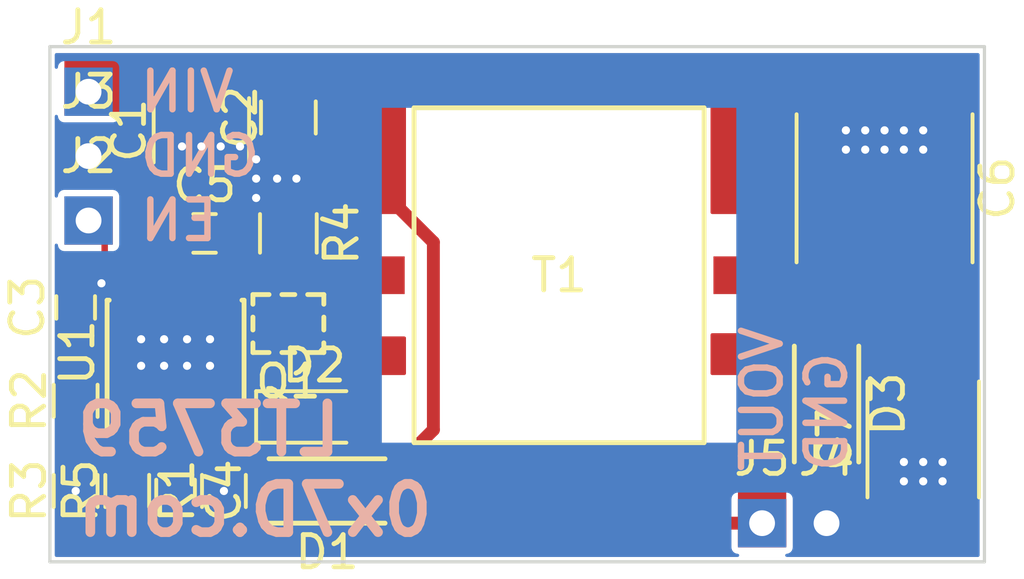
<source format=kicad_pcb>
(kicad_pcb (version 4) (host pcbnew 4.0.7)

  (general
    (links 50)
    (no_connects 0)
    (area 126.725 80.825 159.325 100.275)
    (thickness 1.6)
    (drawings 11)
    (tracks 127)
    (zones 0)
    (modules 23)
    (nets 16)
  )

  (page A4)
  (layers
    (0 F.Cu signal)
    (31 B.Cu signal hide)
    (36 B.SilkS user hide)
    (37 F.SilkS user)
    (38 B.Mask user)
    (39 F.Mask user)
    (44 Edge.Cuts user)
  )

  (setup
    (last_trace_width 0.2)
    (user_trace_width 0.1)
    (user_trace_width 0.2)
    (user_trace_width 0.3)
    (user_trace_width 0.4)
    (user_trace_width 0.5)
    (user_trace_width 0.8)
    (user_trace_width 1)
    (trace_clearance 0.2)
    (zone_clearance 0.1)
    (zone_45_only yes)
    (trace_min 0.1)
    (segment_width 0.2)
    (edge_width 0.1)
    (via_size 0.508)
    (via_drill 0.254)
    (via_min_size 0.508)
    (via_min_drill 0.254)
    (uvia_size 0.3)
    (uvia_drill 0.1)
    (uvias_allowed no)
    (uvia_min_size 0.2)
    (uvia_min_drill 0.1)
    (pcb_text_width 0.3)
    (pcb_text_size 1.5 1.5)
    (mod_edge_width 0.15)
    (mod_text_size 1 1)
    (mod_text_width 0.15)
    (pad_size 0.18 0.56)
    (pad_drill 0)
    (pad_to_mask_clearance 0)
    (aux_axis_origin 0 0)
    (visible_elements 7FFCFFFF)
    (pcbplotparams
      (layerselection 0x00030_80000001)
      (usegerberextensions false)
      (excludeedgelayer true)
      (linewidth 0.100000)
      (plotframeref false)
      (viasonmask false)
      (mode 1)
      (useauxorigin false)
      (hpglpennumber 1)
      (hpglpenspeed 20)
      (hpglpendiameter 15)
      (hpglpenoverlay 2)
      (psnegative false)
      (psa4output false)
      (plotreference true)
      (plotvalue true)
      (plotinvisibletext false)
      (padsonsilk false)
      (subtractmaskfromsilk false)
      (outputformat 1)
      (mirror false)
      (drillshape 1)
      (scaleselection 1)
      (outputdirectory ""))
  )

  (net 0 "")
  (net 1 GNDREF)
  (net 2 "Net-(C1-Pad2)")
  (net 3 "Net-(C3-Pad1)")
  (net 4 "Net-(C4-Pad1)")
  (net 5 "Net-(C5-Pad1)")
  (net 6 "Net-(C6-Pad2)")
  (net 7 "Net-(D1-Pad1)")
  (net 8 "Net-(D2-Pad2)")
  (net 9 "Net-(D3-Pad2)")
  (net 10 "Net-(J2-Pad1)")
  (net 11 "Net-(Q1-Pad3)")
  (net 12 "Net-(Q1-Pad2)")
  (net 13 "Net-(R1-Pad2)")
  (net 14 "Net-(R2-Pad1)")
  (net 15 "Net-(R3-Pad2)")

  (net_class Default "This is the default net class."
    (clearance 0.2)
    (trace_width 0.2)
    (via_dia 0.508)
    (via_drill 0.254)
    (uvia_dia 0.3)
    (uvia_drill 0.1)
    (add_net GNDREF)
    (add_net "Net-(C1-Pad2)")
    (add_net "Net-(C3-Pad1)")
    (add_net "Net-(C4-Pad1)")
    (add_net "Net-(C5-Pad1)")
    (add_net "Net-(C6-Pad2)")
    (add_net "Net-(D1-Pad1)")
    (add_net "Net-(D2-Pad2)")
    (add_net "Net-(D3-Pad2)")
    (add_net "Net-(J2-Pad1)")
    (add_net "Net-(Q1-Pad2)")
    (add_net "Net-(Q1-Pad3)")
    (add_net "Net-(R1-Pad2)")
    (add_net "Net-(R2-Pad1)")
    (add_net "Net-(R3-Pad2)")
  )

  (module "Custom Parts:DO-219AB" (layer F.Cu) (tedit 5A6CE6FC) (tstamp 5A6CEFDD)
    (at 137 96.2)
    (path /5A6BF6C3)
    (fp_text reference D1 (at 0 1.9) (layer F.SilkS)
      (effects (font (size 1 1) (thickness 0.15)))
    )
    (fp_text value D_ZSN (at 0 -1.8) (layer F.Fab)
      (effects (font (size 1 1) (thickness 0.15)))
    )
    (fp_line (start -1.8 1) (end 1.8 1) (layer F.SilkS) (width 0.15))
    (fp_line (start -1.8 -1) (end 1.8 -1) (layer F.SilkS) (width 0.15))
    (pad 1 smd rect (at -1.45 0) (size 1.3 1.4) (layers F.Cu F.Mask)
      (net 7 "Net-(D1-Pad1)"))
    (pad 2 smd rect (at 1.45 0) (size 1.3 1.4) (layers F.Cu F.Mask)
      (net 2 "Net-(C1-Pad2)"))
  )

  (module "Custom Parts:Wurth_WE-FB_10.18x13.36mm" (layer F.Cu) (tedit 5A6CED20) (tstamp 5A6CF038)
    (at 144.2 89.5 180)
    (path /5A6B88EA)
    (fp_text reference T1 (at 0 0 180) (layer F.SilkS)
      (effects (font (size 1 1) (thickness 0.15)))
    )
    (fp_text value Wurth_Transformer_10.16x13.36mm (at 0 -6.1 180) (layer F.Fab)
      (effects (font (size 1 1) (thickness 0.15)))
    )
    (fp_line (start -4.5 -5.2) (end 4.5 -5.2) (layer F.SilkS) (width 0.15))
    (fp_line (start 4.5 -5.2) (end 4.5 5.2) (layer F.SilkS) (width 0.15))
    (fp_line (start 4.5 5.2) (end -4.5 5.2) (layer F.SilkS) (width 0.15))
    (fp_line (start -4.5 5.2) (end -4.5 -5.2) (layer F.SilkS) (width 0.15))
    (pad 1 smd rect (at -5.83 2.5 180) (size 2.08 1.17) (layers F.Cu F.Mask)
      (net 1 GNDREF))
    (pad 2 smd rect (at -5.83 0 180) (size 2.08 1.17) (layers F.Cu F.Mask))
    (pad 3 smd rect (at -5.83 -2.5 180) (size 2.08 1.17) (layers F.Cu F.Mask)
      (net 9 "Net-(D3-Pad2)"))
    (pad 4 smd rect (at 5.83 -2.5 180) (size 2.08 1.17) (layers F.Cu F.Mask)
      (net 8 "Net-(D2-Pad2)"))
    (pad 6 smd rect (at 5.83 2.5 180) (size 2.08 1.17) (layers F.Cu F.Mask)
      (net 2 "Net-(C1-Pad2)"))
    (pad 5 smd rect (at 5.83 0 180) (size 2.08 1.17) (layers F.Cu F.Mask))
  )

  (module "Custom Parts:MicroSMP" (layer F.Cu) (tedit 5A5A94B4) (tstamp 5A6CEFE3)
    (at 136.6 93.9)
    (descr "Diode SMD in 0805 package http://datasheets.avx.com/schottky.pdf")
    (tags "smd diode")
    (path /5A6B96DB)
    (attr smd)
    (fp_text reference D2 (at 0 -1.6) (layer F.SilkS)
      (effects (font (size 1 1) (thickness 0.15)))
    )
    (fp_text value D_SN (at 0 1.7) (layer F.Fab)
      (effects (font (size 1 1) (thickness 0.15)))
    )
    (fp_text user %R (at 0 -1.6) (layer F.Fab)
      (effects (font (size 1 1) (thickness 0.15)))
    )
    (fp_line (start -1.8 -0.8) (end -1.8 0.8) (layer F.SilkS) (width 0.12))
    (fp_line (start -1.9 0.88) (end -1.9 -0.88) (layer F.CrtYd) (width 0.05))
    (fp_line (start 1.9 0.88) (end -1.9 0.88) (layer F.CrtYd) (width 0.05))
    (fp_line (start 1.9 -0.88) (end 1.9 0.88) (layer F.CrtYd) (width 0.05))
    (fp_line (start -1.9 -0.88) (end 1.9 -0.88) (layer F.CrtYd) (width 0.05))
    (fp_line (start 0.2 0) (end 0.4 0) (layer F.Fab) (width 0.1))
    (fp_line (start -0.1 0) (end -0.3 0) (layer F.Fab) (width 0.1))
    (fp_line (start -0.1 -0.2) (end -0.1 0.2) (layer F.Fab) (width 0.1))
    (fp_line (start 0.2 0.2) (end 0.2 -0.2) (layer F.Fab) (width 0.1))
    (fp_line (start -0.1 0) (end 0.2 0.2) (layer F.Fab) (width 0.1))
    (fp_line (start 0.2 -0.2) (end -0.1 0) (layer F.Fab) (width 0.1))
    (fp_line (start -1 0.65) (end -1 -0.65) (layer F.Fab) (width 0.1))
    (fp_line (start 1 0.65) (end -1 0.65) (layer F.Fab) (width 0.1))
    (fp_line (start 1 -0.65) (end 1 0.65) (layer F.Fab) (width 0.1))
    (fp_line (start -1 -0.65) (end 1 -0.65) (layer F.Fab) (width 0.1))
    (fp_line (start -1.8 0.8) (end 1 0.8) (layer F.SilkS) (width 0.12))
    (fp_line (start -1.8 -0.8) (end 1 -0.8) (layer F.SilkS) (width 0.12))
    (pad 1 smd rect (at -0.65 0) (size 2 1.1) (layers F.Cu F.Mask)
      (net 7 "Net-(D1-Pad1)"))
    (pad 2 smd rect (at 1.25 0) (size 0.8 0.8) (layers F.Cu F.Mask)
      (net 8 "Net-(D2-Pad2)"))
    (model ${KISYS3DMOD}/Diodes_SMD.3dshapes/D_0805.wrl
      (at (xyz 0 0 0))
      (scale (xyz 1 1 1))
      (rotate (xyz 0 0 0))
    )
  )

  (module Capacitors_SMD:C_1210 (layer F.Cu) (tedit 58AA84E2) (tstamp 5A6CEFB3)
    (at 133.1 85 90)
    (descr "Capacitor SMD 1210, reflow soldering, AVX (see smccp.pdf)")
    (tags "capacitor 1210")
    (path /5A6C10DF)
    (attr smd)
    (fp_text reference C1 (at 0 -2.25 90) (layer F.SilkS)
      (effects (font (size 1 1) (thickness 0.15)))
    )
    (fp_text value C (at 0 2.5 90) (layer F.Fab)
      (effects (font (size 1 1) (thickness 0.15)))
    )
    (fp_text user %R (at 0 -2.25 90) (layer F.Fab)
      (effects (font (size 1 1) (thickness 0.15)))
    )
    (fp_line (start -1.6 1.25) (end -1.6 -1.25) (layer F.Fab) (width 0.1))
    (fp_line (start 1.6 1.25) (end -1.6 1.25) (layer F.Fab) (width 0.1))
    (fp_line (start 1.6 -1.25) (end 1.6 1.25) (layer F.Fab) (width 0.1))
    (fp_line (start -1.6 -1.25) (end 1.6 -1.25) (layer F.Fab) (width 0.1))
    (fp_line (start 1 -1.48) (end -1 -1.48) (layer F.SilkS) (width 0.12))
    (fp_line (start -1 1.48) (end 1 1.48) (layer F.SilkS) (width 0.12))
    (fp_line (start -2.25 -1.5) (end 2.25 -1.5) (layer F.CrtYd) (width 0.05))
    (fp_line (start -2.25 -1.5) (end -2.25 1.5) (layer F.CrtYd) (width 0.05))
    (fp_line (start 2.25 1.5) (end 2.25 -1.5) (layer F.CrtYd) (width 0.05))
    (fp_line (start 2.25 1.5) (end -2.25 1.5) (layer F.CrtYd) (width 0.05))
    (pad 1 smd rect (at -1.5 0 90) (size 1 2.5) (layers F.Cu F.Mask)
      (net 1 GNDREF))
    (pad 2 smd rect (at 1.5 0 90) (size 1 2.5) (layers F.Cu F.Mask)
      (net 2 "Net-(C1-Pad2)"))
    (model Capacitors_SMD.3dshapes/C_1210.wrl
      (at (xyz 0 0 0))
      (scale (xyz 1 1 1))
      (rotate (xyz 0 0 0))
    )
  )

  (module "Custom Parts:EPC2016C" (layer F.Cu) (tedit 5A6D121B) (tstamp 5A6CF00C)
    (at 135.8 91)
    (path /5A6B8B05)
    (fp_text reference Q1 (at 0 1.8) (layer F.SilkS)
      (effects (font (size 1 1) (thickness 0.15)))
    )
    (fp_text value Q_SWITCH (at 0 -1.7) (layer F.Fab)
      (effects (font (size 1 1) (thickness 0.15)))
    )
    (fp_line (start 1.1 0.6) (end 1.1 0.9) (layer F.SilkS) (width 0.15))
    (fp_line (start 1.1 0.9) (end 0.6 0.9) (layer F.SilkS) (width 0.15))
    (fp_line (start 1.1 -0.2) (end 1.1 0.2) (layer F.SilkS) (width 0.15))
    (fp_line (start 1.1 -0.9) (end 1.1 -0.6) (layer F.SilkS) (width 0.15))
    (fp_line (start -0.2 0.9) (end 0.2 0.9) (layer F.SilkS) (width 0.15))
    (fp_line (start -1.1 0.6) (end -1.1 0.9) (layer F.SilkS) (width 0.15))
    (fp_line (start -1.1 0.9) (end -0.6 0.9) (layer F.SilkS) (width 0.15))
    (fp_line (start -1.1 -0.2) (end -1.1 0.2) (layer F.SilkS) (width 0.15))
    (fp_line (start 0.6 -0.9) (end 1.1 -0.9) (layer F.SilkS) (width 0.15))
    (fp_line (start -0.2 -0.9) (end 0.2 -0.9) (layer F.SilkS) (width 0.15))
    (fp_line (start -1.1 -0.9) (end -1.1 -0.6) (layer F.SilkS) (width 0.15))
    (fp_line (start -1.1 -0.9) (end -0.6 -0.9) (layer F.SilkS) (width 0.15))
    (pad 3 smd oval (at 0 0) (size 0.18 1.362) (layers F.Cu F.Mask)
      (net 11 "Net-(Q1-Pad3)"))
    (pad 1 smd oval (at 0.4 0) (size 0.18 1.362) (layers F.Cu F.Mask)
      (net 8 "Net-(D2-Pad2)"))
    (pad 3 smd oval (at 0.8 0) (size 0.18 1.362) (layers F.Cu F.Mask)
      (net 11 "Net-(Q1-Pad3)"))
    (pad 1 smd oval (at -0.4 0) (size 0.18 1.362) (layers F.Cu F.Mask)
      (net 8 "Net-(D2-Pad2)"))
    (pad 4 smd oval (at -0.8 0.401) (size 0.18 0.56) (layers F.Cu F.Mask)
      (net 1 GNDREF))
    (pad 2 smd oval (at -0.8 -0.401) (size 0.18 0.56) (layers F.Cu F.Mask)
      (net 12 "Net-(Q1-Pad2)"))
  )

  (module Capacitors_SMD:C_0603 (layer F.Cu) (tedit 59958EE7) (tstamp 5A6CEFC5)
    (at 132.3 96.2 270)
    (descr "Capacitor SMD 0603, reflow soldering, AVX (see smccp.pdf)")
    (tags "capacitor 0603")
    (path /5A6C6769)
    (attr smd)
    (fp_text reference C4 (at 0 -1.5 270) (layer F.SilkS)
      (effects (font (size 1 1) (thickness 0.15)))
    )
    (fp_text value C_SS (at 0 1.5 270) (layer F.Fab)
      (effects (font (size 1 1) (thickness 0.15)))
    )
    (fp_line (start 1.4 0.65) (end -1.4 0.65) (layer F.CrtYd) (width 0.05))
    (fp_line (start 1.4 0.65) (end 1.4 -0.65) (layer F.CrtYd) (width 0.05))
    (fp_line (start -1.4 -0.65) (end -1.4 0.65) (layer F.CrtYd) (width 0.05))
    (fp_line (start -1.4 -0.65) (end 1.4 -0.65) (layer F.CrtYd) (width 0.05))
    (fp_line (start 0.35 0.6) (end -0.35 0.6) (layer F.SilkS) (width 0.12))
    (fp_line (start -0.35 -0.6) (end 0.35 -0.6) (layer F.SilkS) (width 0.12))
    (fp_line (start -0.8 -0.4) (end 0.8 -0.4) (layer F.Fab) (width 0.1))
    (fp_line (start 0.8 -0.4) (end 0.8 0.4) (layer F.Fab) (width 0.1))
    (fp_line (start 0.8 0.4) (end -0.8 0.4) (layer F.Fab) (width 0.1))
    (fp_line (start -0.8 0.4) (end -0.8 -0.4) (layer F.Fab) (width 0.1))
    (fp_text user %R (at 0 0 270) (layer F.Fab)
      (effects (font (size 0.3 0.3) (thickness 0.075)))
    )
    (pad 2 smd rect (at 0.75 0 270) (size 0.8 0.75) (layers F.Cu F.Mask)
      (net 1 GNDREF))
    (pad 1 smd rect (at -0.75 0 270) (size 0.8 0.75) (layers F.Cu F.Mask)
      (net 4 "Net-(C4-Pad1)"))
    (model Capacitors_SMD.3dshapes/C_0603.wrl
      (at (xyz 0 0 0))
      (scale (xyz 1 1 1))
      (rotate (xyz 0 0 0))
    )
  )

  (module Capacitors_SMD:C_0805 (layer F.Cu) (tedit 58AA8463) (tstamp 5A6CEFB9)
    (at 135.8 84.6 90)
    (descr "Capacitor SMD 0805, reflow soldering, AVX (see smccp.pdf)")
    (tags "capacitor 0805")
    (path /5A6C0FBE)
    (attr smd)
    (fp_text reference C2 (at 0 -1.5 90) (layer F.SilkS)
      (effects (font (size 1 1) (thickness 0.15)))
    )
    (fp_text value C (at 0 1.75 90) (layer F.Fab)
      (effects (font (size 1 1) (thickness 0.15)))
    )
    (fp_text user %R (at 0 -1.5 90) (layer F.Fab)
      (effects (font (size 1 1) (thickness 0.15)))
    )
    (fp_line (start -1 0.62) (end -1 -0.62) (layer F.Fab) (width 0.1))
    (fp_line (start 1 0.62) (end -1 0.62) (layer F.Fab) (width 0.1))
    (fp_line (start 1 -0.62) (end 1 0.62) (layer F.Fab) (width 0.1))
    (fp_line (start -1 -0.62) (end 1 -0.62) (layer F.Fab) (width 0.1))
    (fp_line (start 0.5 -0.85) (end -0.5 -0.85) (layer F.SilkS) (width 0.12))
    (fp_line (start -0.5 0.85) (end 0.5 0.85) (layer F.SilkS) (width 0.12))
    (fp_line (start -1.75 -0.88) (end 1.75 -0.88) (layer F.CrtYd) (width 0.05))
    (fp_line (start -1.75 -0.88) (end -1.75 0.87) (layer F.CrtYd) (width 0.05))
    (fp_line (start 1.75 0.87) (end 1.75 -0.88) (layer F.CrtYd) (width 0.05))
    (fp_line (start 1.75 0.87) (end -1.75 0.87) (layer F.CrtYd) (width 0.05))
    (pad 1 smd rect (at -1 0 90) (size 1 1.25) (layers F.Cu F.Mask)
      (net 1 GNDREF))
    (pad 2 smd rect (at 1 0 90) (size 1 1.25) (layers F.Cu F.Mask)
      (net 2 "Net-(C1-Pad2)"))
    (model Capacitors_SMD.3dshapes/C_0805.wrl
      (at (xyz 0 0 0))
      (scale (xyz 1 1 1))
      (rotate (xyz 0 0 0))
    )
  )

  (module Capacitors_SMD:C_0603 (layer F.Cu) (tedit 59958EE7) (tstamp 5A6CEFBF)
    (at 129.2 90.5 90)
    (descr "Capacitor SMD 0603, reflow soldering, AVX (see smccp.pdf)")
    (tags "capacitor 0603")
    (path /5A6B89DB)
    (attr smd)
    (fp_text reference C3 (at 0 -1.5 90) (layer F.SilkS)
      (effects (font (size 1 1) (thickness 0.15)))
    )
    (fp_text value C_VC (at 0 1.5 90) (layer F.Fab)
      (effects (font (size 1 1) (thickness 0.15)))
    )
    (fp_line (start 1.4 0.65) (end -1.4 0.65) (layer F.CrtYd) (width 0.05))
    (fp_line (start 1.4 0.65) (end 1.4 -0.65) (layer F.CrtYd) (width 0.05))
    (fp_line (start -1.4 -0.65) (end -1.4 0.65) (layer F.CrtYd) (width 0.05))
    (fp_line (start -1.4 -0.65) (end 1.4 -0.65) (layer F.CrtYd) (width 0.05))
    (fp_line (start 0.35 0.6) (end -0.35 0.6) (layer F.SilkS) (width 0.12))
    (fp_line (start -0.35 -0.6) (end 0.35 -0.6) (layer F.SilkS) (width 0.12))
    (fp_line (start -0.8 -0.4) (end 0.8 -0.4) (layer F.Fab) (width 0.1))
    (fp_line (start 0.8 -0.4) (end 0.8 0.4) (layer F.Fab) (width 0.1))
    (fp_line (start 0.8 0.4) (end -0.8 0.4) (layer F.Fab) (width 0.1))
    (fp_line (start -0.8 0.4) (end -0.8 -0.4) (layer F.Fab) (width 0.1))
    (fp_text user %R (at 0 0 90) (layer F.Fab)
      (effects (font (size 0.3 0.3) (thickness 0.075)))
    )
    (pad 2 smd rect (at 0.75 0 90) (size 0.8 0.75) (layers F.Cu F.Mask)
      (net 1 GNDREF))
    (pad 1 smd rect (at -0.75 0 90) (size 0.8 0.75) (layers F.Cu F.Mask)
      (net 3 "Net-(C3-Pad1)"))
    (model Capacitors_SMD.3dshapes/C_0603.wrl
      (at (xyz 0 0 0))
      (scale (xyz 1 1 1))
      (rotate (xyz 0 0 0))
    )
  )

  (module Capacitors_SMD:C_2220 (layer F.Cu) (tedit 58AA8565) (tstamp 5A6CEFD1)
    (at 154.3 86.8 270)
    (descr "Capacitor SMD 2220, reflow soldering, AVX (see smccp.pdf)")
    (tags "capacitor 2220")
    (path /5A6B92D0)
    (attr smd)
    (fp_text reference C6 (at 0 -3.5 270) (layer F.SilkS)
      (effects (font (size 1 1) (thickness 0.15)))
    )
    (fp_text value C_OUT (at 0 3.75 270) (layer F.Fab)
      (effects (font (size 1 1) (thickness 0.15)))
    )
    (fp_text user %R (at 0 -3.5 270) (layer F.Fab)
      (effects (font (size 1 1) (thickness 0.15)))
    )
    (fp_line (start -2.75 2.5) (end -2.75 -2.5) (layer F.Fab) (width 0.1))
    (fp_line (start 2.75 2.5) (end -2.75 2.5) (layer F.Fab) (width 0.1))
    (fp_line (start 2.75 -2.5) (end 2.75 2.5) (layer F.Fab) (width 0.1))
    (fp_line (start -2.75 -2.5) (end 2.75 -2.5) (layer F.Fab) (width 0.1))
    (fp_line (start 2.3 -2.73) (end -2.3 -2.73) (layer F.SilkS) (width 0.12))
    (fp_line (start -2.3 2.73) (end 2.3 2.73) (layer F.SilkS) (width 0.12))
    (fp_line (start -3.55 -2.75) (end 3.55 -2.75) (layer F.CrtYd) (width 0.05))
    (fp_line (start -3.55 -2.75) (end -3.55 2.75) (layer F.CrtYd) (width 0.05))
    (fp_line (start 3.55 2.75) (end 3.55 -2.75) (layer F.CrtYd) (width 0.05))
    (fp_line (start 3.55 2.75) (end -3.55 2.75) (layer F.CrtYd) (width 0.05))
    (pad 1 smd rect (at -2.8 0 270) (size 1 5) (layers F.Cu F.Mask)
      (net 1 GNDREF))
    (pad 2 smd rect (at 2.8 0 270) (size 1 5) (layers F.Cu F.Mask)
      (net 6 "Net-(C6-Pad2)"))
    (model Capacitors_SMD.3dshapes/C_2220.wrl
      (at (xyz 0 0 0))
      (scale (xyz 1 1 1))
      (rotate (xyz 0 0 0))
    )
  )

  (module Capacitors_SMD:C_1812 (layer F.Cu) (tedit 58AA850E) (tstamp 5A6CEFD7)
    (at 155.5 94.6 90)
    (descr "Capacitor SMD 1812, reflow soldering, AVX (see smccp.pdf)")
    (tags "capacitor 1812")
    (path /5A6B93C6)
    (attr smd)
    (fp_text reference C7 (at 0 -2.75 90) (layer F.SilkS)
      (effects (font (size 1 1) (thickness 0.15)))
    )
    (fp_text value C_OUT (at 0 2.75 90) (layer F.Fab)
      (effects (font (size 1 1) (thickness 0.15)))
    )
    (fp_text user %R (at 0 -2.75 90) (layer F.Fab)
      (effects (font (size 1 1) (thickness 0.15)))
    )
    (fp_line (start -2.25 1.6) (end -2.25 -1.6) (layer F.Fab) (width 0.1))
    (fp_line (start 2.25 1.6) (end -2.25 1.6) (layer F.Fab) (width 0.1))
    (fp_line (start 2.25 -1.6) (end 2.25 1.6) (layer F.Fab) (width 0.1))
    (fp_line (start -2.25 -1.6) (end 2.25 -1.6) (layer F.Fab) (width 0.1))
    (fp_line (start 1.8 -1.73) (end -1.8 -1.73) (layer F.SilkS) (width 0.12))
    (fp_line (start -1.8 1.73) (end 1.8 1.73) (layer F.SilkS) (width 0.12))
    (fp_line (start -3.05 -1.85) (end 3.05 -1.85) (layer F.CrtYd) (width 0.05))
    (fp_line (start -3.05 -1.85) (end -3.05 1.85) (layer F.CrtYd) (width 0.05))
    (fp_line (start 3.05 1.85) (end 3.05 -1.85) (layer F.CrtYd) (width 0.05))
    (fp_line (start 3.05 1.85) (end -3.05 1.85) (layer F.CrtYd) (width 0.05))
    (pad 1 smd rect (at -2.3 0 90) (size 1 3) (layers F.Cu F.Mask)
      (net 1 GNDREF))
    (pad 2 smd rect (at 2.3 0 90) (size 1 3) (layers F.Cu F.Mask)
      (net 6 "Net-(C6-Pad2)"))
    (model Capacitors_SMD.3dshapes/C_1812.wrl
      (at (xyz 0 0 0))
      (scale (xyz 1 1 1))
      (rotate (xyz 0 0 0))
    )
  )

  (module "Custom Parts:SOD-123W" (layer F.Cu) (tedit 5A6CE79A) (tstamp 5A6CEFE9)
    (at 152.5 93.5 90)
    (path /5A6B91C6)
    (fp_text reference D3 (at 0 1.9 90) (layer F.SilkS)
      (effects (font (size 1 1) (thickness 0.15)))
    )
    (fp_text value D_RECT (at 0 -1.8 90) (layer F.Fab)
      (effects (font (size 1 1) (thickness 0.15)))
    )
    (fp_line (start -1.8 1) (end 1.8 1) (layer F.SilkS) (width 0.15))
    (fp_line (start -1.8 -1) (end 1.8 -1) (layer F.SilkS) (width 0.15))
    (pad 1 smd rect (at -1.55 0 90) (size 1.2 1.4) (layers F.Cu F.Mask)
      (net 6 "Net-(C6-Pad2)"))
    (pad 2 smd rect (at 1.55 0 90) (size 1.2 1.4) (layers F.Cu F.Mask)
      (net 9 "Net-(D3-Pad2)"))
  )

  (module Measurement_Points:Measurement_Point_Square-TH_Small (layer F.Cu) (tedit 56C360B9) (tstamp 5A6CEFEE)
    (at 129.6 83.8)
    (descr "Mesurement Point, Square, Trough Hole,  1.5mm x 1.5mm, Drill 0.8mm,")
    (tags "Mesurement Point Square Trough Hole 1.5x1.5mm Drill 0.8mm")
    (path /5A6C1261)
    (attr virtual)
    (fp_text reference J1 (at 0 -2) (layer F.SilkS)
      (effects (font (size 1 1) (thickness 0.15)))
    )
    (fp_text value VIN (at 0 2) (layer F.Fab)
      (effects (font (size 1 1) (thickness 0.15)))
    )
    (fp_line (start -1 -1) (end 1 -1) (layer F.CrtYd) (width 0.05))
    (fp_line (start 1 -1) (end 1 1) (layer F.CrtYd) (width 0.05))
    (fp_line (start 1 1) (end -1 1) (layer F.CrtYd) (width 0.05))
    (fp_line (start -1 1) (end -1 -1) (layer F.CrtYd) (width 0.05))
    (pad 1 thru_hole rect (at 0 0) (size 1.5 1.5) (drill 0.8) (layers *.Cu *.Mask)
      (net 2 "Net-(C1-Pad2)"))
  )

  (module Measurement_Points:Measurement_Point_Square-TH_Small (layer F.Cu) (tedit 56C360B9) (tstamp 5A6CEFF3)
    (at 129.6 87.8)
    (descr "Mesurement Point, Square, Trough Hole,  1.5mm x 1.5mm, Drill 0.8mm,")
    (tags "Mesurement Point Square Trough Hole 1.5x1.5mm Drill 0.8mm")
    (path /5A6D210E)
    (attr virtual)
    (fp_text reference J2 (at 0 -2) (layer F.SilkS)
      (effects (font (size 1 1) (thickness 0.15)))
    )
    (fp_text value EN (at 0 2) (layer F.Fab)
      (effects (font (size 1 1) (thickness 0.15)))
    )
    (fp_line (start -1 -1) (end 1 -1) (layer F.CrtYd) (width 0.05))
    (fp_line (start 1 -1) (end 1 1) (layer F.CrtYd) (width 0.05))
    (fp_line (start 1 1) (end -1 1) (layer F.CrtYd) (width 0.05))
    (fp_line (start -1 1) (end -1 -1) (layer F.CrtYd) (width 0.05))
    (pad 1 thru_hole rect (at 0 0) (size 1.5 1.5) (drill 0.8) (layers *.Cu *.Mask)
      (net 10 "Net-(J2-Pad1)"))
  )

  (module Measurement_Points:Measurement_Point_Square-TH_Small (layer F.Cu) (tedit 5A6D0E66) (tstamp 5A6CEFF8)
    (at 129.6 85.8)
    (descr "Mesurement Point, Square, Trough Hole,  1.5mm x 1.5mm, Drill 0.8mm,")
    (tags "Mesurement Point Square Trough Hole 1.5x1.5mm Drill 0.8mm")
    (path /5A6D14D6)
    (attr virtual)
    (fp_text reference J3 (at 0 -2) (layer F.SilkS)
      (effects (font (size 1 1) (thickness 0.15)))
    )
    (fp_text value GND (at 0 2) (layer F.Fab)
      (effects (font (size 1 1) (thickness 0.15)))
    )
    (fp_line (start -1 -1) (end 1 -1) (layer F.CrtYd) (width 0.05))
    (fp_line (start 1 -1) (end 1 1) (layer F.CrtYd) (width 0.05))
    (fp_line (start 1 1) (end -1 1) (layer F.CrtYd) (width 0.05))
    (fp_line (start -1 1) (end -1 -1) (layer F.CrtYd) (width 0.05))
    (pad 1 thru_hole rect (at 0 0) (size 1.5 1.5) (drill 0.8) (layers *.Cu *.Mask)
      (net 1 GNDREF))
  )

  (module Measurement_Points:Measurement_Point_Square-TH_Small (layer F.Cu) (tedit 56C360B9) (tstamp 5A6CEFFD)
    (at 152.5 97.2)
    (descr "Mesurement Point, Square, Trough Hole,  1.5mm x 1.5mm, Drill 0.8mm,")
    (tags "Mesurement Point Square Trough Hole 1.5x1.5mm Drill 0.8mm")
    (path /5A6C4E27)
    (attr virtual)
    (fp_text reference J4 (at 0 -2) (layer F.SilkS)
      (effects (font (size 1 1) (thickness 0.15)))
    )
    (fp_text value GND (at 0 2) (layer F.Fab)
      (effects (font (size 1 1) (thickness 0.15)))
    )
    (fp_line (start -1 -1) (end 1 -1) (layer F.CrtYd) (width 0.05))
    (fp_line (start 1 -1) (end 1 1) (layer F.CrtYd) (width 0.05))
    (fp_line (start 1 1) (end -1 1) (layer F.CrtYd) (width 0.05))
    (fp_line (start -1 1) (end -1 -1) (layer F.CrtYd) (width 0.05))
    (pad 1 thru_hole rect (at 0 0) (size 1.5 1.5) (drill 0.8) (layers *.Cu *.Mask)
      (net 1 GNDREF))
  )

  (module Measurement_Points:Measurement_Point_Square-TH_Small (layer F.Cu) (tedit 56C360B9) (tstamp 5A6CF002)
    (at 150.5 97.2)
    (descr "Mesurement Point, Square, Trough Hole,  1.5mm x 1.5mm, Drill 0.8mm,")
    (tags "Mesurement Point Square Trough Hole 1.5x1.5mm Drill 0.8mm")
    (path /5A6C51D4)
    (attr virtual)
    (fp_text reference J5 (at 0 -2) (layer F.SilkS)
      (effects (font (size 1 1) (thickness 0.15)))
    )
    (fp_text value VOUT (at 0 2) (layer F.Fab)
      (effects (font (size 1 1) (thickness 0.15)))
    )
    (fp_line (start -1 -1) (end 1 -1) (layer F.CrtYd) (width 0.05))
    (fp_line (start 1 -1) (end 1 1) (layer F.CrtYd) (width 0.05))
    (fp_line (start 1 1) (end -1 1) (layer F.CrtYd) (width 0.05))
    (fp_line (start -1 1) (end -1 -1) (layer F.CrtYd) (width 0.05))
    (pad 1 thru_hole rect (at 0 0) (size 1.5 1.5) (drill 0.8) (layers *.Cu *.Mask)
      (net 6 "Net-(C6-Pad2)"))
  )

  (module Resistors_SMD:R_0603 (layer F.Cu) (tedit 58E0A804) (tstamp 5A6CF012)
    (at 133.8 96.2 90)
    (descr "Resistor SMD 0603, reflow soldering, Vishay (see dcrcw.pdf)")
    (tags "resistor 0603")
    (path /5A6BAAF4)
    (attr smd)
    (fp_text reference R1 (at 0 -1.45 90) (layer F.SilkS)
      (effects (font (size 1 1) (thickness 0.15)))
    )
    (fp_text value R_FREQ (at 0 1.5 90) (layer F.Fab)
      (effects (font (size 1 1) (thickness 0.15)))
    )
    (fp_text user %R (at 0 0 90) (layer F.Fab)
      (effects (font (size 0.4 0.4) (thickness 0.075)))
    )
    (fp_line (start -0.8 0.4) (end -0.8 -0.4) (layer F.Fab) (width 0.1))
    (fp_line (start 0.8 0.4) (end -0.8 0.4) (layer F.Fab) (width 0.1))
    (fp_line (start 0.8 -0.4) (end 0.8 0.4) (layer F.Fab) (width 0.1))
    (fp_line (start -0.8 -0.4) (end 0.8 -0.4) (layer F.Fab) (width 0.1))
    (fp_line (start 0.5 0.68) (end -0.5 0.68) (layer F.SilkS) (width 0.12))
    (fp_line (start -0.5 -0.68) (end 0.5 -0.68) (layer F.SilkS) (width 0.12))
    (fp_line (start -1.25 -0.7) (end 1.25 -0.7) (layer F.CrtYd) (width 0.05))
    (fp_line (start -1.25 -0.7) (end -1.25 0.7) (layer F.CrtYd) (width 0.05))
    (fp_line (start 1.25 0.7) (end 1.25 -0.7) (layer F.CrtYd) (width 0.05))
    (fp_line (start 1.25 0.7) (end -1.25 0.7) (layer F.CrtYd) (width 0.05))
    (pad 1 smd rect (at -0.75 0 90) (size 0.5 0.9) (layers F.Cu F.Mask)
      (net 1 GNDREF))
    (pad 2 smd rect (at 0.75 0 90) (size 0.5 0.9) (layers F.Cu F.Mask)
      (net 13 "Net-(R1-Pad2)"))
    (model ${KISYS3DMOD}/Resistors_SMD.3dshapes/R_0603.wrl
      (at (xyz 0 0 0))
      (scale (xyz 1 1 1))
      (rotate (xyz 0 0 0))
    )
  )

  (module Resistors_SMD:R_0603 (layer F.Cu) (tedit 58E0A804) (tstamp 5A6CF018)
    (at 129.2 93.4 90)
    (descr "Resistor SMD 0603, reflow soldering, Vishay (see dcrcw.pdf)")
    (tags "resistor 0603")
    (path /5A6B8978)
    (attr smd)
    (fp_text reference R2 (at 0 -1.45 90) (layer F.SilkS)
      (effects (font (size 1 1) (thickness 0.15)))
    )
    (fp_text value R_VC (at 0 1.5 90) (layer F.Fab)
      (effects (font (size 1 1) (thickness 0.15)))
    )
    (fp_text user %R (at 0 0 90) (layer F.Fab)
      (effects (font (size 0.4 0.4) (thickness 0.075)))
    )
    (fp_line (start -0.8 0.4) (end -0.8 -0.4) (layer F.Fab) (width 0.1))
    (fp_line (start 0.8 0.4) (end -0.8 0.4) (layer F.Fab) (width 0.1))
    (fp_line (start 0.8 -0.4) (end 0.8 0.4) (layer F.Fab) (width 0.1))
    (fp_line (start -0.8 -0.4) (end 0.8 -0.4) (layer F.Fab) (width 0.1))
    (fp_line (start 0.5 0.68) (end -0.5 0.68) (layer F.SilkS) (width 0.12))
    (fp_line (start -0.5 -0.68) (end 0.5 -0.68) (layer F.SilkS) (width 0.12))
    (fp_line (start -1.25 -0.7) (end 1.25 -0.7) (layer F.CrtYd) (width 0.05))
    (fp_line (start -1.25 -0.7) (end -1.25 0.7) (layer F.CrtYd) (width 0.05))
    (fp_line (start 1.25 0.7) (end 1.25 -0.7) (layer F.CrtYd) (width 0.05))
    (fp_line (start 1.25 0.7) (end -1.25 0.7) (layer F.CrtYd) (width 0.05))
    (pad 1 smd rect (at -0.75 0 90) (size 0.5 0.9) (layers F.Cu F.Mask)
      (net 14 "Net-(R2-Pad1)"))
    (pad 2 smd rect (at 0.75 0 90) (size 0.5 0.9) (layers F.Cu F.Mask)
      (net 3 "Net-(C3-Pad1)"))
    (model ${KISYS3DMOD}/Resistors_SMD.3dshapes/R_0603.wrl
      (at (xyz 0 0 0))
      (scale (xyz 1 1 1))
      (rotate (xyz 0 0 0))
    )
  )

  (module Resistors_SMD:R_0603 (layer F.Cu) (tedit 58E0A804) (tstamp 5A6CF01E)
    (at 129.2 96.2 90)
    (descr "Resistor SMD 0603, reflow soldering, Vishay (see dcrcw.pdf)")
    (tags "resistor 0603")
    (path /5A6B9FBA)
    (attr smd)
    (fp_text reference R3 (at 0 -1.45 90) (layer F.SilkS)
      (effects (font (size 1 1) (thickness 0.15)))
    )
    (fp_text value R_BIAS (at 0 1.5 90) (layer F.Fab)
      (effects (font (size 1 1) (thickness 0.15)))
    )
    (fp_text user %R (at 0 0 90) (layer F.Fab)
      (effects (font (size 0.4 0.4) (thickness 0.075)))
    )
    (fp_line (start -0.8 0.4) (end -0.8 -0.4) (layer F.Fab) (width 0.1))
    (fp_line (start 0.8 0.4) (end -0.8 0.4) (layer F.Fab) (width 0.1))
    (fp_line (start 0.8 -0.4) (end 0.8 0.4) (layer F.Fab) (width 0.1))
    (fp_line (start -0.8 -0.4) (end 0.8 -0.4) (layer F.Fab) (width 0.1))
    (fp_line (start 0.5 0.68) (end -0.5 0.68) (layer F.SilkS) (width 0.12))
    (fp_line (start -0.5 -0.68) (end 0.5 -0.68) (layer F.SilkS) (width 0.12))
    (fp_line (start -1.25 -0.7) (end 1.25 -0.7) (layer F.CrtYd) (width 0.05))
    (fp_line (start -1.25 -0.7) (end -1.25 0.7) (layer F.CrtYd) (width 0.05))
    (fp_line (start 1.25 0.7) (end 1.25 -0.7) (layer F.CrtYd) (width 0.05))
    (fp_line (start 1.25 0.7) (end -1.25 0.7) (layer F.CrtYd) (width 0.05))
    (pad 1 smd rect (at -0.75 0 90) (size 0.5 0.9) (layers F.Cu F.Mask)
      (net 1 GNDREF))
    (pad 2 smd rect (at 0.75 0 90) (size 0.5 0.9) (layers F.Cu F.Mask)
      (net 15 "Net-(R3-Pad2)"))
    (model ${KISYS3DMOD}/Resistors_SMD.3dshapes/R_0603.wrl
      (at (xyz 0 0 0))
      (scale (xyz 1 1 1))
      (rotate (xyz 0 0 0))
    )
  )

  (module Resistors_SMD:R_0805 (layer F.Cu) (tedit 58E0A804) (tstamp 5A6CF024)
    (at 135.8 88.2 270)
    (descr "Resistor SMD 0805, reflow soldering, Vishay (see dcrcw.pdf)")
    (tags "resistor 0805")
    (path /5A6B8B69)
    (attr smd)
    (fp_text reference R4 (at 0 -1.65 270) (layer F.SilkS)
      (effects (font (size 1 1) (thickness 0.15)))
    )
    (fp_text value R_SENSE (at 0 1.75 270) (layer F.Fab)
      (effects (font (size 1 1) (thickness 0.15)))
    )
    (fp_text user %R (at 0 0 270) (layer F.Fab)
      (effects (font (size 0.5 0.5) (thickness 0.075)))
    )
    (fp_line (start -1 0.62) (end -1 -0.62) (layer F.Fab) (width 0.1))
    (fp_line (start 1 0.62) (end -1 0.62) (layer F.Fab) (width 0.1))
    (fp_line (start 1 -0.62) (end 1 0.62) (layer F.Fab) (width 0.1))
    (fp_line (start -1 -0.62) (end 1 -0.62) (layer F.Fab) (width 0.1))
    (fp_line (start 0.6 0.88) (end -0.6 0.88) (layer F.SilkS) (width 0.12))
    (fp_line (start -0.6 -0.88) (end 0.6 -0.88) (layer F.SilkS) (width 0.12))
    (fp_line (start -1.55 -0.9) (end 1.55 -0.9) (layer F.CrtYd) (width 0.05))
    (fp_line (start -1.55 -0.9) (end -1.55 0.9) (layer F.CrtYd) (width 0.05))
    (fp_line (start 1.55 0.9) (end 1.55 -0.9) (layer F.CrtYd) (width 0.05))
    (fp_line (start 1.55 0.9) (end -1.55 0.9) (layer F.CrtYd) (width 0.05))
    (pad 1 smd rect (at -0.95 0 270) (size 0.7 1.3) (layers F.Cu F.Mask)
      (net 1 GNDREF))
    (pad 2 smd rect (at 0.95 0 270) (size 0.7 1.3) (layers F.Cu F.Mask)
      (net 11 "Net-(Q1-Pad3)"))
    (model ${KISYS3DMOD}/Resistors_SMD.3dshapes/R_0805.wrl
      (at (xyz 0 0 0))
      (scale (xyz 1 1 1))
      (rotate (xyz 0 0 0))
    )
  )

  (module Resistors_SMD:R_0603 (layer F.Cu) (tedit 58E0A804) (tstamp 5A6CF02A)
    (at 130.8 96.2 90)
    (descr "Resistor SMD 0603, reflow soldering, Vishay (see dcrcw.pdf)")
    (tags "resistor 0603")
    (path /5A6B9F37)
    (attr smd)
    (fp_text reference R5 (at 0 -1.45 90) (layer F.SilkS)
      (effects (font (size 1 1) (thickness 0.15)))
    )
    (fp_text value R_FB (at 0 1.5 90) (layer F.Fab)
      (effects (font (size 1 1) (thickness 0.15)))
    )
    (fp_text user %R (at 0 0 90) (layer F.Fab)
      (effects (font (size 0.4 0.4) (thickness 0.075)))
    )
    (fp_line (start -0.8 0.4) (end -0.8 -0.4) (layer F.Fab) (width 0.1))
    (fp_line (start 0.8 0.4) (end -0.8 0.4) (layer F.Fab) (width 0.1))
    (fp_line (start 0.8 -0.4) (end 0.8 0.4) (layer F.Fab) (width 0.1))
    (fp_line (start -0.8 -0.4) (end 0.8 -0.4) (layer F.Fab) (width 0.1))
    (fp_line (start 0.5 0.68) (end -0.5 0.68) (layer F.SilkS) (width 0.12))
    (fp_line (start -0.5 -0.68) (end 0.5 -0.68) (layer F.SilkS) (width 0.12))
    (fp_line (start -1.25 -0.7) (end 1.25 -0.7) (layer F.CrtYd) (width 0.05))
    (fp_line (start -1.25 -0.7) (end -1.25 0.7) (layer F.CrtYd) (width 0.05))
    (fp_line (start 1.25 0.7) (end 1.25 -0.7) (layer F.CrtYd) (width 0.05))
    (fp_line (start 1.25 0.7) (end -1.25 0.7) (layer F.CrtYd) (width 0.05))
    (pad 1 smd rect (at -0.75 0 90) (size 0.5 0.9) (layers F.Cu F.Mask)
      (net 6 "Net-(C6-Pad2)"))
    (pad 2 smd rect (at 0.75 0 90) (size 0.5 0.9) (layers F.Cu F.Mask)
      (net 15 "Net-(R3-Pad2)"))
    (model ${KISYS3DMOD}/Resistors_SMD.3dshapes/R_0603.wrl
      (at (xyz 0 0 0))
      (scale (xyz 1 1 1))
      (rotate (xyz 0 0 0))
    )
  )

  (module Housings_SSOP:MSOP-12-1EP_3x4mm_Pitch0.65mm (layer F.Cu) (tedit 57AFAE52) (tstamp 5A6CF050)
    (at 132.3 91.9 90)
    (descr "MSE Package; 12-Lead Plastic MSOP, Exposed Die Pad; (see Linear Technology 05081666_G_MSE12.pdf)")
    (tags "SSOP 0.65")
    (path /5A6BF1D9)
    (attr smd)
    (fp_text reference U1 (at 0 -3.05 90) (layer F.SilkS)
      (effects (font (size 1 1) (thickness 0.15)))
    )
    (fp_text value LTC3759 (at 0 3.05 90) (layer F.Fab)
      (effects (font (size 1 1) (thickness 0.15)))
    )
    (fp_line (start -0.5 -2) (end 1.5 -2) (layer F.Fab) (width 0.15))
    (fp_line (start 1.5 -2) (end 1.5 2) (layer F.Fab) (width 0.15))
    (fp_line (start 1.5 2) (end -1.5 2) (layer F.Fab) (width 0.15))
    (fp_line (start -1.5 2) (end -1.5 -1) (layer F.Fab) (width 0.15))
    (fp_line (start -1.5 -1) (end -0.5 -2) (layer F.Fab) (width 0.15))
    (fp_line (start -2.8 -2.3) (end -2.8 2.3) (layer F.CrtYd) (width 0.05))
    (fp_line (start 2.8 -2.3) (end 2.8 2.3) (layer F.CrtYd) (width 0.05))
    (fp_line (start -2.8 -2.3) (end 2.8 -2.3) (layer F.CrtYd) (width 0.05))
    (fp_line (start -2.8 2.3) (end 2.8 2.3) (layer F.CrtYd) (width 0.05))
    (fp_line (start 1.625 -2.125) (end 1.625 -2.06) (layer F.SilkS) (width 0.15))
    (fp_line (start 1.625 2.125) (end 1.625 2.06) (layer F.SilkS) (width 0.15))
    (fp_line (start -1.625 2.125) (end -1.625 2.06) (layer F.SilkS) (width 0.15))
    (fp_line (start -1.625 -2.125) (end 1.625 -2.125) (layer F.SilkS) (width 0.15))
    (fp_line (start -1.625 2.125) (end 1.625 2.125) (layer F.SilkS) (width 0.15))
    (fp_line (start -1.625 -2.125) (end -2.55 -2.125) (layer F.SilkS) (width 0.15))
    (fp_text user %R (at 0 0 90) (layer F.Fab)
      (effects (font (size 0.6 0.6) (thickness 0.15)))
    )
    (pad 1 smd rect (at -2.105 -1.625 90) (size 0.89 0.42) (layers F.Cu F.Mask)
      (net 14 "Net-(R2-Pad1)"))
    (pad 2 smd rect (at -2.105 -0.975 90) (size 0.89 0.42) (layers F.Cu F.Mask)
      (net 15 "Net-(R3-Pad2)"))
    (pad 3 smd rect (at -2.105 -0.325 90) (size 0.89 0.42) (layers F.Cu F.Mask)
      (net 4 "Net-(C4-Pad1)"))
    (pad 4 smd rect (at -2.105 0.325 90) (size 0.89 0.42) (layers F.Cu F.Mask)
      (net 13 "Net-(R1-Pad2)"))
    (pad 5 smd rect (at -2.105 0.975 90) (size 0.89 0.42) (layers F.Cu F.Mask)
      (net 1 GNDREF))
    (pad 6 smd rect (at -2.105 1.625 90) (size 0.89 0.42) (layers F.Cu F.Mask)
      (net 1 GNDREF))
    (pad 7 smd rect (at 2.105 1.625 90) (size 0.89 0.42) (layers F.Cu F.Mask)
      (net 11 "Net-(Q1-Pad3)"))
    (pad 8 smd rect (at 2.105 0.975 90) (size 0.89 0.42) (layers F.Cu F.Mask)
      (net 12 "Net-(Q1-Pad2)"))
    (pad 9 smd rect (at 2.105 0.325 90) (size 0.89 0.42) (layers F.Cu F.Mask)
      (net 5 "Net-(C5-Pad1)"))
    (pad 10 smd rect (at 2.105 -0.325 90) (size 0.89 0.42) (layers F.Cu F.Mask)
      (net 2 "Net-(C1-Pad2)"))
    (pad 11 smd rect (at 2.105 -0.975 90) (size 0.89 0.42) (layers F.Cu F.Mask)
      (net 2 "Net-(C1-Pad2)"))
    (pad 12 smd rect (at 2.105 -1.625 90) (size 0.89 0.42) (layers F.Cu F.Mask)
      (net 10 "Net-(J2-Pad1)"))
    (pad 13 smd rect (at 0.4125 1.06875 90) (size 0.825 0.7125) (layers F.Cu F.Mask)
      (net 1 GNDREF) (solder_paste_margin_ratio -0.2))
    (pad 13 smd rect (at 0.4125 0.35625 90) (size 0.825 0.7125) (layers F.Cu F.Mask)
      (net 1 GNDREF) (solder_paste_margin_ratio -0.2))
    (pad 13 smd rect (at 0.4125 -0.35625 90) (size 0.825 0.7125) (layers F.Cu F.Mask)
      (net 1 GNDREF) (solder_paste_margin_ratio -0.2))
    (pad 13 smd rect (at 0.4125 -1.06875 90) (size 0.825 0.7125) (layers F.Cu F.Mask)
      (net 1 GNDREF) (solder_paste_margin_ratio -0.2))
    (pad 13 smd rect (at -0.4125 1.06875 90) (size 0.825 0.7125) (layers F.Cu F.Mask)
      (net 1 GNDREF) (solder_paste_margin_ratio -0.2))
    (pad 13 smd rect (at -0.4125 0.35625 90) (size 0.825 0.7125) (layers F.Cu F.Mask)
      (net 1 GNDREF) (solder_paste_margin_ratio -0.2))
    (pad 13 smd rect (at -0.4125 -0.35625 90) (size 0.825 0.7125) (layers F.Cu F.Mask)
      (net 1 GNDREF) (solder_paste_margin_ratio -0.2))
    (pad 13 smd rect (at -0.4125 -1.06875 90) (size 0.825 0.7125) (layers F.Cu F.Mask)
      (net 1 GNDREF) (solder_paste_margin_ratio -0.2))
    (model ${KISYS3DMOD}/Housings_SSOP.3dshapes/MSOP-12-1EP_3x4mm_Pitch0.65mm.wrl
      (at (xyz 0 0 0))
      (scale (xyz 1 1 1))
      (rotate (xyz 0 0 0))
    )
  )

  (module Capacitors_SMD:C_0603 (layer F.Cu) (tedit 59958EE7) (tstamp 5A6CEFCB)
    (at 133.2 88.2)
    (descr "Capacitor SMD 0603, reflow soldering, AVX (see smccp.pdf)")
    (tags "capacitor 0603")
    (path /5A6BA4CA)
    (attr smd)
    (fp_text reference C5 (at 0 -1.5) (layer F.SilkS)
      (effects (font (size 1 1) (thickness 0.15)))
    )
    (fp_text value C_BP (at 0 1.5) (layer F.Fab)
      (effects (font (size 1 1) (thickness 0.15)))
    )
    (fp_line (start 1.4 0.65) (end -1.4 0.65) (layer F.CrtYd) (width 0.05))
    (fp_line (start 1.4 0.65) (end 1.4 -0.65) (layer F.CrtYd) (width 0.05))
    (fp_line (start -1.4 -0.65) (end -1.4 0.65) (layer F.CrtYd) (width 0.05))
    (fp_line (start -1.4 -0.65) (end 1.4 -0.65) (layer F.CrtYd) (width 0.05))
    (fp_line (start 0.35 0.6) (end -0.35 0.6) (layer F.SilkS) (width 0.12))
    (fp_line (start -0.35 -0.6) (end 0.35 -0.6) (layer F.SilkS) (width 0.12))
    (fp_line (start -0.8 -0.4) (end 0.8 -0.4) (layer F.Fab) (width 0.1))
    (fp_line (start 0.8 -0.4) (end 0.8 0.4) (layer F.Fab) (width 0.1))
    (fp_line (start 0.8 0.4) (end -0.8 0.4) (layer F.Fab) (width 0.1))
    (fp_line (start -0.8 0.4) (end -0.8 -0.4) (layer F.Fab) (width 0.1))
    (fp_text user %R (at 0 0) (layer F.Fab)
      (effects (font (size 0.3 0.3) (thickness 0.075)))
    )
    (pad 2 smd rect (at 0.75 0) (size 0.8 0.75) (layers F.Cu F.Mask)
      (net 1 GNDREF))
    (pad 1 smd rect (at -0.75 0) (size 0.8 0.75) (layers F.Cu F.Mask)
      (net 5 "Net-(C5-Pad1)"))
    (model Capacitors_SMD.3dshapes/C_0603.wrl
      (at (xyz 0 0 0))
      (scale (xyz 1 1 1))
      (rotate (xyz 0 0 0))
    )
  )

  (gr_text LT3759 (at 129.1 94.3) (layer B.SilkS)
    (effects (font (size 1.5 1.5) (thickness 0.3)) (justify right mirror))
  )
  (gr_text 0x7D.com (at 129.1 96.8) (layer B.SilkS)
    (effects (font (size 1.5 1.5) (thickness 0.3)) (justify right mirror))
  )
  (gr_text VOUT (at 150.5 95.7 90) (layer B.SilkS)
    (effects (font (size 1.2 1.2) (thickness 0.2)) (justify right mirror))
  )
  (gr_text GND (at 152.5 95.7 90) (layer B.SilkS)
    (effects (font (size 1.2 1.2) (thickness 0.2)) (justify right mirror))
  )
  (gr_text EN (at 131.1 87.8) (layer B.SilkS)
    (effects (font (size 1.2 1.2) (thickness 0.2)) (justify right mirror))
  )
  (gr_text GND (at 131.1 85.8) (layer B.SilkS)
    (effects (font (size 1.2 1.2) (thickness 0.2)) (justify right mirror))
  )
  (gr_text VIN (at 131.1 83.8) (layer B.SilkS)
    (effects (font (size 1.2 1.2) (thickness 0.2)) (justify right mirror))
  )
  (gr_line (start 128.4 98.4) (end 157.4 98.4) (angle 90) (layer Edge.Cuts) (width 0.1))
  (gr_line (start 157.4 82.4) (end 128.4 82.4) (angle 90) (layer Edge.Cuts) (width 0.1))
  (gr_line (start 157.4 98.4) (end 157.4 82.4) (angle 90) (layer Edge.Cuts) (width 0.1))
  (gr_line (start 128.4 82.4) (end 128.4 98.4) (angle 90) (layer Edge.Cuts) (width 0.1))

  (via (at 134.8 87.1) (size 0.508) (drill 0.254) (layers F.Cu B.Cu) (net 1))
  (segment (start 134.8 86.5) (end 134.8 87.1) (width 0.2) (layer F.Cu) (net 1))
  (via (at 134.8 86.5) (size 0.508) (drill 0.254) (layers F.Cu B.Cu) (net 1))
  (segment (start 156.1 95.3) (end 155.5 95.3) (width 0.2) (layer F.Cu) (net 1))
  (via (at 155.5 95.3) (size 0.508) (drill 0.254) (layers F.Cu B.Cu) (net 1))
  (segment (start 154.9 95.3) (end 154.9 95.9) (width 0.2) (layer F.Cu) (net 1))
  (via (at 154.9 95.9) (size 0.508) (drill 0.254) (layers F.Cu B.Cu) (net 1))
  (via (at 155.5 95.9) (size 0.508) (drill 0.254) (layers F.Cu B.Cu) (net 1))
  (segment (start 154.9 95.9) (end 155.5 95.9) (width 0.2) (layer F.Cu) (net 1))
  (via (at 154.9 95.3) (size 0.508) (drill 0.254) (layers F.Cu B.Cu) (net 1))
  (segment (start 155.5 95.3) (end 154.9 95.3) (width 0.2) (layer F.Cu) (net 1))
  (via (at 156.1 95.3) (size 0.508) (drill 0.254) (layers F.Cu B.Cu) (net 1))
  (segment (start 156.1 95.9) (end 155.5 95.9) (width 0.2) (layer F.Cu) (net 1))
  (segment (start 155.5 95.9) (end 155.5 96.9) (width 0.2) (layer F.Cu) (net 1) (status 20))
  (via (at 156.1 95.9) (size 0.508) (drill 0.254) (layers F.Cu B.Cu) (net 1))
  (segment (start 155.5 85.6) (end 154.9 85.6) (width 0.2) (layer F.Cu) (net 1))
  (via (at 154.9 85.6) (size 0.508) (drill 0.254) (layers F.Cu B.Cu) (net 1))
  (segment (start 154.3 85.6) (end 153.7 85.6) (width 0.2) (layer F.Cu) (net 1))
  (via (at 153.7 85.6) (size 0.508) (drill 0.254) (layers F.Cu B.Cu) (net 1))
  (segment (start 153.1 85.6) (end 153.1 85) (width 0.2) (layer F.Cu) (net 1))
  (via (at 153.1 85) (size 0.508) (drill 0.254) (layers F.Cu B.Cu) (net 1))
  (segment (start 153.7 85) (end 154.3 85) (width 0.2) (layer F.Cu) (net 1))
  (via (at 153.7 85) (size 0.508) (drill 0.254) (layers F.Cu B.Cu) (net 1))
  (segment (start 153.1 85) (end 153.7 85) (width 0.2) (layer F.Cu) (net 1))
  (via (at 154.3 85) (size 0.508) (drill 0.254) (layers F.Cu B.Cu) (net 1))
  (via (at 153.1 85.6) (size 0.508) (drill 0.254) (layers F.Cu B.Cu) (net 1))
  (segment (start 153.7 85.6) (end 153.1 85.6) (width 0.2) (layer F.Cu) (net 1))
  (via (at 154.3 85.6) (size 0.508) (drill 0.254) (layers F.Cu B.Cu) (net 1))
  (segment (start 154.9 85.6) (end 154.3 85.6) (width 0.2) (layer F.Cu) (net 1))
  (via (at 155.5 85.6) (size 0.508) (drill 0.254) (layers F.Cu B.Cu) (net 1))
  (segment (start 155.5 85) (end 154.9 85) (width 0.2) (layer F.Cu) (net 1))
  (via (at 154.9 85) (size 0.508) (drill 0.254) (layers F.Cu B.Cu) (net 1))
  (segment (start 154.9 85) (end 154.3 85) (width 0.2) (layer F.Cu) (net 1))
  (via (at 155.5 85) (size 0.508) (drill 0.254) (layers F.Cu B.Cu) (net 1))
  (segment (start 154.3 85) (end 154.3 84) (width 0.2) (layer F.Cu) (net 1) (status 20))
  (segment (start 132.3 96.95) (end 132.35 96.95) (width 0.2) (layer F.Cu) (net 1) (status 30))
  (segment (start 132.35 96.95) (end 133.1 96.2) (width 0.3) (layer F.Cu) (net 1) (tstamp 5A6D2AA6) (status 10))
  (segment (start 133.1 96.2) (end 133.8 96.2) (width 0.3) (layer F.Cu) (net 1) (tstamp 5A6D2AA7))
  (segment (start 133.8 96.95) (end 133.8 96.2) (width 0.3) (layer F.Cu) (net 1) (status 10))
  (via (at 133.8 96.2) (size 0.508) (drill 0.254) (layers F.Cu B.Cu) (net 1))
  (segment (start 129.2 96.95) (end 129.2 96.2) (width 0.3) (layer F.Cu) (net 1) (status 10))
  (via (at 129.2 96.2) (size 0.508) (drill 0.254) (layers F.Cu B.Cu) (net 1))
  (segment (start 133.275 94.005) (end 133.275 92.40625) (width 0.3) (layer F.Cu) (net 1) (status 30))
  (segment (start 133.275 92.40625) (end 133.36875 92.3125) (width 0.2) (layer F.Cu) (net 1) (tstamp 5A6D2841) (status 30))
  (segment (start 133.275 94.005) (end 133.925 94.005) (width 0.3) (layer F.Cu) (net 1) (status 30))
  (segment (start 135 91.401) (end 133.45525 91.401) (width 0.1) (layer F.Cu) (net 1) (status 30))
  (segment (start 133.45525 91.401) (end 133.36875 91.4875) (width 0.1) (layer F.Cu) (net 1) (tstamp 5A6D2819) (status 30))
  (segment (start 134.8 86.5) (end 134.8 85.9) (width 0.2) (layer F.Cu) (net 1))
  (via (at 134.8 85.9) (size 0.508) (drill 0.254) (layers F.Cu B.Cu) (net 1))
  (segment (start 136.05 86.5) (end 135.45 86.5) (width 0.2) (layer F.Cu) (net 1))
  (via (at 135.45 86.5) (size 0.508) (drill 0.254) (layers F.Cu B.Cu) (net 1))
  (segment (start 134.8 86.5) (end 133.1 86.5) (width 0.2) (layer F.Cu) (net 1) (status 20))
  (segment (start 135.45 86.5) (end 134.8 86.5) (width 0.2) (layer F.Cu) (net 1))
  (via (at 136.05 86.5) (size 0.508) (drill 0.254) (layers F.Cu B.Cu) (net 1))
  (segment (start 134.3 85.5) (end 133.7 85.5) (width 0.2) (layer F.Cu) (net 1))
  (via (at 133.7 85.5) (size 0.508) (drill 0.254) (layers F.Cu B.Cu) (net 1))
  (via (at 133.1 85.5) (size 0.508) (drill 0.254) (layers F.Cu B.Cu) (net 1))
  (segment (start 133.7 85.5) (end 133.1 85.5) (width 0.2) (layer F.Cu) (net 1))
  (via (at 134.3 85.5) (size 0.508) (drill 0.254) (layers F.Cu B.Cu) (net 1))
  (segment (start 132.5 85.5) (end 133.1 85.5) (width 0.2) (layer F.Cu) (net 1))
  (segment (start 133.1 85.5) (end 133.1 86.5) (width 0.2) (layer F.Cu) (net 1) (status 20))
  (via (at 132.5 85.5) (size 0.508) (drill 0.254) (layers F.Cu B.Cu) (net 1))
  (segment (start 129.2 89.75) (end 130 89.75) (width 0.3) (layer F.Cu) (net 1) (status 10))
  (via (at 130 89.75) (size 0.508) (drill 0.254) (layers F.Cu B.Cu) (net 1))
  (via (at 131.23125 92.3125) (size 0.508) (drill 0.254) (layers F.Cu B.Cu) (net 1) (status 30))
  (segment (start 131.25 92.3) (end 131.24375 92.3) (width 0.4) (layer B.Cu) (net 1) (tstamp 5A6D1696))
  (segment (start 131.24375 92.3) (end 131.23125 92.3125) (width 0.4) (layer B.Cu) (net 1) (tstamp 5A6D1695))
  (via (at 131.94375 92.3125) (size 0.508) (drill 0.254) (layers F.Cu B.Cu) (net 1) (status 30))
  (segment (start 131.95 92.3) (end 131.95 92.30625) (width 0.4) (layer B.Cu) (net 1) (tstamp 5A6D1691))
  (segment (start 131.95 92.30625) (end 131.94375 92.3125) (width 0.4) (layer B.Cu) (net 1) (tstamp 5A6D1690))
  (via (at 132.65625 92.3125) (size 0.508) (drill 0.254) (layers F.Cu B.Cu) (net 1) (status 30))
  (segment (start 132.6 92.3) (end 132.64375 92.3) (width 0.4) (layer B.Cu) (net 1) (tstamp 5A6D168C))
  (segment (start 132.64375 92.3) (end 132.65625 92.3125) (width 0.4) (layer B.Cu) (net 1) (tstamp 5A6D168B))
  (via (at 133.36875 92.3125) (size 0.508) (drill 0.254) (layers F.Cu B.Cu) (net 1) (status 30))
  (segment (start 133.275 92.40625) (end 133.36875 92.3125) (width 0.4) (layer F.Cu) (net 1) (tstamp 5A6D1665) (status 30))
  (segment (start 133.35625 92.3) (end 133.35 92.3) (width 0.4) (layer B.Cu) (net 1) (tstamp 5A6D1687))
  (segment (start 133.36875 92.3125) (end 133.35625 92.3) (width 0.4) (layer B.Cu) (net 1) (tstamp 5A6D1686))
  (via (at 133.36875 91.4875) (size 0.508) (drill 0.254) (layers F.Cu B.Cu) (net 1) (status 30))
  (segment (start 133.35 91.5) (end 133.35625 91.5) (width 0.4) (layer B.Cu) (net 1) (tstamp 5A6D1682))
  (segment (start 133.35625 91.5) (end 133.36875 91.4875) (width 0.4) (layer B.Cu) (net 1) (tstamp 5A6D1681))
  (via (at 132.65625 91.4875) (size 0.508) (drill 0.254) (layers F.Cu B.Cu) (net 1) (status 30))
  (segment (start 132.65 91.5) (end 132.65 91.49375) (width 0.4) (layer B.Cu) (net 1) (tstamp 5A6D167D))
  (segment (start 132.65 91.49375) (end 132.65625 91.4875) (width 0.4) (layer B.Cu) (net 1) (tstamp 5A6D167C))
  (via (at 131.94375 91.4875) (size 0.508) (drill 0.254) (layers F.Cu B.Cu) (net 1) (status 30))
  (segment (start 131.95 91.5) (end 131.95 91.49375) (width 0.4) (layer B.Cu) (net 1) (tstamp 5A6D1678))
  (segment (start 131.95 91.49375) (end 131.94375 91.4875) (width 0.4) (layer B.Cu) (net 1) (tstamp 5A6D1677))
  (via (at 131.23125 91.4875) (size 0.508) (drill 0.254) (layers F.Cu B.Cu) (net 1) (status 30))
  (segment (start 131.25 91.5) (end 131.24375 91.5) (width 0.4) (layer B.Cu) (net 1) (tstamp 5A6D1673))
  (segment (start 131.24375 91.5) (end 131.23125 91.4875) (width 0.4) (layer B.Cu) (net 1) (tstamp 5A6D1672))
  (segment (start 140.3 94.3) (end 138.45 96.15) (width 0.4) (layer F.Cu) (net 2) (status 20))
  (segment (start 138.9 87) (end 138.37 87) (width 0.2) (layer F.Cu) (net 2) (tstamp 5A6D2923) (status 30))
  (segment (start 138.825 87) (end 140.3 88.475) (width 0.4) (layer F.Cu) (net 2) (status 10))
  (segment (start 138.37 87) (end 138.825 87) (width 0.4) (layer F.Cu) (net 2) (status 30))
  (segment (start 140.3 94.3) (end 140.3 88.475) (width 0.4) (layer F.Cu) (net 2))
  (segment (start 129.2 91.25) (end 129.2 92.65) (width 0.2) (layer F.Cu) (net 3) (status 30))
  (segment (start 131.975 94.005) (end 131.975 94.575) (width 0.2) (layer F.Cu) (net 4) (status 10))
  (segment (start 132.3 94.9) (end 132.3 95.45) (width 0.2) (layer F.Cu) (net 4) (tstamp 5A6D2A5A) (status 20))
  (segment (start 131.975 94.575) (end 132.3 94.9) (width 0.2) (layer F.Cu) (net 4) (tstamp 5A6D2A59))
  (segment (start 150.5 97.2) (end 140.25 97.2) (width 0.4) (layer F.Cu) (net 6) (status 10))
  (segment (start 140.25 97.2) (end 139.65 97.8) (width 0.4) (layer F.Cu) (net 6) (tstamp 5A6D2D6C))
  (segment (start 130.8 96.95) (end 130.8 97.5) (width 0.4) (layer F.Cu) (net 6) (status 10))
  (segment (start 130.8 97.5) (end 131.1 97.8) (width 0.4) (layer F.Cu) (net 6) (tstamp 5A6D2C7D))
  (segment (start 131.1 97.8) (end 139.65 97.8) (width 0.4) (layer F.Cu) (net 6) (tstamp 5A6D2C7F))
  (segment (start 135.55 96.2) (end 135.55 94.3) (width 0.4) (layer F.Cu) (net 7) (status 30))
  (segment (start 135.55 94.3) (end 135.95 93.9) (width 0.4) (layer F.Cu) (net 7) (status 30))
  (segment (start 130.675 89.795) (end 130.675 89.425) (width 0.2) (layer F.Cu) (net 10) (status 30))
  (segment (start 130.675 89.425) (end 130.1 88.85) (width 0.2) (layer F.Cu) (net 10) (tstamp 5A6D18D4) (status 10))
  (segment (start 130.1 88.85) (end 130.1 88.3) (width 0.2) (layer F.Cu) (net 10) (tstamp 5A6D18D8) (status 20))
  (segment (start 130.1 88.3) (end 129.6 87.8) (width 0.2) (layer F.Cu) (net 10) (tstamp 5A6D18DB) (status 30))
  (segment (start 133.925 89.795) (end 134.305 89.795) (width 0.3) (layer F.Cu) (net 11) (status 10))
  (segment (start 134.95 89.15) (end 135.8 89.15) (width 0.3) (layer F.Cu) (net 11) (tstamp 5A6D25F6) (status 20))
  (segment (start 134.305 89.795) (end 134.95 89.15) (width 0.3) (layer F.Cu) (net 11) (tstamp 5A6D25F2))
  (segment (start 133.275 90.375) (end 133.275 89.795) (width 0.1) (layer F.Cu) (net 12) (tstamp 5A6D2618) (status 20))
  (segment (start 135 90.599) (end 133.499 90.599) (width 0.1) (layer F.Cu) (net 12) (status 10))
  (segment (start 133.499 90.599) (end 133.275 90.375) (width 0.1) (layer F.Cu) (net 12) (tstamp 5A6D2617))
  (segment (start 132.625 94.005) (end 132.625 94.525) (width 0.2) (layer F.Cu) (net 13) (status 10))
  (segment (start 133.8 95) (end 133.8 95.45) (width 0.2) (layer F.Cu) (net 13) (tstamp 5A6D2A4D) (status 20))
  (segment (start 133.6 94.8) (end 133.8 95) (width 0.2) (layer F.Cu) (net 13) (tstamp 5A6D2A4B))
  (segment (start 132.9 94.8) (end 133.6 94.8) (width 0.2) (layer F.Cu) (net 13) (tstamp 5A6D2A49))
  (segment (start 132.625 94.525) (end 132.9 94.8) (width 0.2) (layer F.Cu) (net 13) (tstamp 5A6D2A45))
  (segment (start 133.75 95.45) (end 133.8 95.45) (width 0.2) (layer F.Cu) (net 13) (tstamp 5A6D259B) (status 30))
  (segment (start 129.2 94.15) (end 130.53 94.15) (width 0.2) (layer F.Cu) (net 14) (status 30))
  (segment (start 130.53 94.15) (end 130.675 94.005) (width 0.2) (layer F.Cu) (net 14) (tstamp 5A6D2A83) (status 30))
  (segment (start 129.2 95.45) (end 130.8 95.45) (width 0.2) (layer F.Cu) (net 15) (status 30))
  (segment (start 131.325 94.005) (end 131.325 94.575) (width 0.2) (layer F.Cu) (net 15) (status 10))
  (segment (start 131.325 94.575) (end 130.8 95.1) (width 0.2) (layer F.Cu) (net 15) (tstamp 5A6D2A5D))
  (segment (start 130.8 95.1) (end 130.8 95.45) (width 0.2) (layer F.Cu) (net 15) (tstamp 5A6D2A5E) (status 20))

  (zone (net 1) (net_name GNDREF) (layer B.Cu) (tstamp 5A6D14D2) (hatch edge 0.508)
    (connect_pads yes (clearance 0.1))
    (min_thickness 0.1)
    (fill yes (arc_segments 32) (thermal_gap 0.254) (thermal_bridge_width 0.254))
    (polygon
      (pts
        (xy 128.4 82.6) (xy 128.5 98.4) (xy 157.5 98.4) (xy 157.4 82.6)
      )
    )
    (filled_polygon
      (pts
        (xy 157.2 98.2) (xy 151.26516 98.2) (xy 151.289811 98.198034) (xy 151.357336 98.177123) (xy 151.416362 98.138228)
        (xy 151.462214 98.084429) (xy 151.491263 98.019985) (xy 151.501209 97.95) (xy 151.501209 96.45) (xy 151.498034 96.410189)
        (xy 151.477123 96.342664) (xy 151.438228 96.283638) (xy 151.384429 96.237786) (xy 151.319985 96.208737) (xy 151.25 96.198791)
        (xy 149.75 96.198791) (xy 149.710189 96.201966) (xy 149.642664 96.222877) (xy 149.583638 96.261772) (xy 149.537786 96.315571)
        (xy 149.508737 96.380015) (xy 149.498791 96.45) (xy 149.498791 97.95) (xy 149.501966 97.989811) (xy 149.522877 98.057336)
        (xy 149.561772 98.116362) (xy 149.615571 98.162214) (xy 149.680015 98.191263) (xy 149.741493 98.2) (xy 128.6 98.2)
        (xy 128.6 88.56516) (xy 128.601966 88.589811) (xy 128.622877 88.657336) (xy 128.661772 88.716362) (xy 128.715571 88.762214)
        (xy 128.780015 88.791263) (xy 128.85 88.801209) (xy 130.35 88.801209) (xy 130.389811 88.798034) (xy 130.457336 88.777123)
        (xy 130.516362 88.738228) (xy 130.562214 88.684429) (xy 130.591263 88.619985) (xy 130.601209 88.55) (xy 130.601209 87.05)
        (xy 130.598034 87.010189) (xy 130.577123 86.942664) (xy 130.538228 86.883638) (xy 130.484429 86.837786) (xy 130.419985 86.808737)
        (xy 130.35 86.798791) (xy 128.85 86.798791) (xy 128.810189 86.801966) (xy 128.742664 86.822877) (xy 128.683638 86.861772)
        (xy 128.637786 86.915571) (xy 128.608737 86.980015) (xy 128.6 87.041493) (xy 128.6 84.56516) (xy 128.601966 84.589811)
        (xy 128.622877 84.657336) (xy 128.661772 84.716362) (xy 128.715571 84.762214) (xy 128.780015 84.791263) (xy 128.85 84.801209)
        (xy 130.35 84.801209) (xy 130.389811 84.798034) (xy 130.457336 84.777123) (xy 130.516362 84.738228) (xy 130.562214 84.684429)
        (xy 130.591263 84.619985) (xy 130.601209 84.55) (xy 130.601209 84.3) (xy 138.65 84.3) (xy 138.65 94.7)
        (xy 138.653419 94.718173) (xy 138.66416 94.734864) (xy 138.680547 94.746061) (xy 138.7 94.75) (xy 149.7 94.75)
        (xy 149.718173 94.746581) (xy 149.734864 94.73584) (xy 149.746061 94.719453) (xy 149.75 94.7) (xy 149.75 84.3)
        (xy 149.746581 84.281827) (xy 149.73584 84.265136) (xy 149.719453 84.253939) (xy 149.7 84.25) (xy 138.7 84.25)
        (xy 138.681827 84.253419) (xy 138.665136 84.26416) (xy 138.653939 84.280547) (xy 138.65 84.3) (xy 130.601209 84.3)
        (xy 130.601209 83.05) (xy 130.598034 83.010189) (xy 130.577123 82.942664) (xy 130.538228 82.883638) (xy 130.484429 82.837786)
        (xy 130.419985 82.808737) (xy 130.35 82.798791) (xy 128.85 82.798791) (xy 128.810189 82.801966) (xy 128.742664 82.822877)
        (xy 128.683638 82.861772) (xy 128.637786 82.915571) (xy 128.608737 82.980015) (xy 128.6 83.041493) (xy 128.6 82.65)
        (xy 157.2 82.65)
      )
    )
  )
  (zone (net 11) (net_name "Net-(Q1-Pad3)") (layer F.Cu) (tstamp 5A6D2365) (hatch edge 0.508)
    (connect_pads yes (clearance 0.1))
    (min_thickness 0.1)
    (fill yes (arc_segments 32) (thermal_gap 0.254) (thermal_bridge_width 0.254))
    (polygon
      (pts
        (xy 136.7 91.7) (xy 136.5 91.7) (xy 136.5 90.3) (xy 136.5 90.2) (xy 136.4 90.1)
        (xy 136 90.1) (xy 135.9 90.2) (xy 135.9 91.7) (xy 135.7 91.7) (xy 135.7 90.2)
        (xy 135.6 90.1) (xy 135.15 89.65) (xy 135.15 88.8) (xy 136.45 88.8) (xy 136.45 89.5)
        (xy 136.7 89.75)
      )
    )
    (filled_polygon
      (pts
        (xy 136.4 89.5) (xy 136.40198 89.51393) (xy 136.407761 89.526756) (xy 136.414645 89.535355) (xy 136.65 89.77071)
        (xy 136.65 91.65) (xy 136.55 91.65) (xy 136.55 90.2) (xy 136.54802 90.18607) (xy 136.542239 90.173244)
        (xy 136.535355 90.164645) (xy 136.435355 90.064645) (xy 136.424106 90.056195) (xy 136.410948 90.051213) (xy 136.4 90.05)
        (xy 136 90.05) (xy 135.98607 90.05198) (xy 135.973244 90.057761) (xy 135.964645 90.064645) (xy 135.864645 90.164645)
        (xy 135.856195 90.175894) (xy 135.851213 90.189052) (xy 135.85 90.2) (xy 135.85 91.65) (xy 135.75 91.65)
        (xy 135.75 90.2) (xy 135.74802 90.18607) (xy 135.742239 90.173244) (xy 135.735355 90.164645) (xy 135.2 89.62929)
        (xy 135.2 88.85) (xy 136.4 88.85)
      )
    )
  )
  (zone (net 12) (net_name "Net-(Q1-Pad2)") (layer F.Cu) (tstamp 5A6D2366) (hatch edge 0.508)
    (connect_pads yes (clearance 0.1))
    (min_thickness 0.1)
    (fill yes (arc_segments 32) (thermal_gap 0.254) (thermal_bridge_width 0.254))
    (polygon
      (pts
        (xy 133.05 89.35) (xy 133.5 89.35) (xy 133.5 90.25) (xy 133.5 90.35) (xy 133.6 90.45)
        (xy 134.95 90.45) (xy 134.95 90.75) (xy 133.3 90.75) (xy 133.05 90.5)
      )
    )
    (filled_polygon
      (pts
        (xy 133.45 90.35) (xy 133.45198 90.36393) (xy 133.457761 90.376756) (xy 133.464645 90.385355) (xy 133.564645 90.485355)
        (xy 133.575894 90.493805) (xy 133.589052 90.498787) (xy 133.6 90.5) (xy 134.9 90.5) (xy 134.9 90.7)
        (xy 133.32071 90.7) (xy 133.1 90.47929) (xy 133.1 89.4) (xy 133.45 89.4)
      )
    )
  )
  (zone (net 1) (net_name GNDREF) (layer F.Cu) (tstamp 5A6D239D) (hatch edge 0.508)
    (connect_pads yes (clearance 0.1))
    (min_thickness 0.1)
    (fill yes (arc_segments 32) (thermal_gap 0.254) (thermal_bridge_width 0.254))
    (polygon
      (pts
        (xy 136.45 87.6) (xy 135.35 87.6) (xy 134.35 88.6) (xy 133.55 88.6) (xy 133.55 87.35)
        (xy 133.2 87) (xy 131.85 87) (xy 131.85 85.1) (xy 136.45 85.1)
      )
    )
    (filled_polygon
      (pts
        (xy 136.4 87.55) (xy 135.35 87.55) (xy 135.33607 87.55198) (xy 135.323244 87.557761) (xy 135.314645 87.564645)
        (xy 134.32929 88.55) (xy 133.6 88.55) (xy 133.6 87.35) (xy 133.59802 87.33607) (xy 133.592239 87.323244)
        (xy 133.585355 87.314645) (xy 133.235355 86.964645) (xy 133.224106 86.956195) (xy 133.210948 86.951213) (xy 133.2 86.95)
        (xy 131.9 86.95) (xy 131.9 85.15) (xy 136.4 85.15)
      )
    )
  )
  (zone (net 5) (net_name "Net-(C5-Pad1)") (layer F.Cu) (tstamp 5A6D242D) (hatch edge 0.508)
    (connect_pads yes (clearance 0.1))
    (min_thickness 0.1)
    (fill yes (arc_segments 32) (thermal_gap 0.254) (thermal_bridge_width 0.254))
    (polygon
      (pts
        (xy 132.4 90.25) (xy 132.85 90.25) (xy 132.85 87.8) (xy 132.05 87.8) (xy 132.05 88.6)
        (xy 132.4 88.95)
      )
    )
    (filled_polygon
      (pts
        (xy 132.8 90.2) (xy 132.45 90.2) (xy 132.45 88.95) (xy 132.44802 88.93607) (xy 132.442239 88.923244)
        (xy 132.435355 88.914645) (xy 132.1 88.57929) (xy 132.1 87.85) (xy 132.8 87.85)
      )
    )
  )
  (zone (net 1) (net_name GNDREF) (layer F.Cu) (tstamp 5A6D27FE) (hatch edge 0.508)
    (connect_pads yes (clearance 0.1))
    (min_thickness 0.1)
    (fill yes (arc_segments 32) (thermal_gap 0.254) (thermal_bridge_width 0.254))
    (polygon
      (pts
        (xy 133.75 91.25) (xy 135 91.25) (xy 135 91.55) (xy 133.75 91.55) (xy 133.75 92.75)
        (xy 130.85 92.75) (xy 130.85 91.05) (xy 133.75 91.05)
      )
    )
    (filled_polygon
      (pts
        (xy 133.7 91.25) (xy 133.70198 91.26393) (xy 133.707761 91.276756) (xy 133.716888 91.287464) (xy 133.728636 91.295206)
        (xy 133.742076 91.299368) (xy 133.75 91.3) (xy 134.95 91.3) (xy 134.95 91.5) (xy 133.75 91.5)
        (xy 133.73607 91.50198) (xy 133.723244 91.507761) (xy 133.712536 91.516888) (xy 133.704794 91.528636) (xy 133.700632 91.542076)
        (xy 133.7 91.55) (xy 133.7 92.7) (xy 130.9 92.7) (xy 130.9 91.1) (xy 133.7 91.1)
      )
    )
  )
  (zone (net 0) (net_name "") (layer B.Cu) (tstamp 5A6D28A8) (hatch edge 0.508)
    (connect_pads yes (clearance 0.1))
    (min_thickness 0.1)
    (keepout (tracks not_allowed) (vias not_allowed) (copperpour not_allowed))
    (fill yes (arc_segments 32) (thermal_gap 0.254) (thermal_bridge_width 0.254))
    (polygon
      (pts
        (xy 138.7 84.3) (xy 149.7 84.3) (xy 149.7 94.7) (xy 138.7 94.7)
      )
    )
  )
  (zone (net 1) (net_name GNDREF) (layer F.Cu) (tstamp 5A6D2AD9) (hatch edge 0.508)
    (connect_pads yes (clearance 0.1))
    (min_thickness 0.1)
    (fill yes (arc_segments 32) (thermal_gap 0.254) (thermal_bridge_width 0.254))
    (polygon
      (pts
        (xy 156.8 87.6) (xy 148.9 87.6) (xy 148.9 83.5) (xy 156.8 83.5)
      )
    )
    (filled_polygon
      (pts
        (xy 156.75 87.55) (xy 148.95 87.55) (xy 148.95 83.55) (xy 156.75 83.55)
      )
    )
  )
  (zone (net 1) (net_name GNDREF) (layer F.Cu) (tstamp 5A6D2B3F) (hatch edge 0.508)
    (connect_pads yes (clearance 0.1))
    (min_thickness 0.1)
    (fill yes (arc_segments 32) (thermal_gap 0.254) (thermal_bridge_width 0.254))
    (polygon
      (pts
        (xy 157 97.4) (xy 154 97.4) (xy 154 94.9) (xy 157 94.9)
      )
    )
    (filled_polygon
      (pts
        (xy 156.95 97.35) (xy 154.05 97.35) (xy 154.05 94.95) (xy 156.95 94.95)
      )
    )
  )
  (zone (net 9) (net_name "Net-(D3-Pad2)") (layer F.Cu) (tstamp 5A6D2B4B) (hatch edge 0.508)
    (connect_pads yes (clearance 0.1))
    (min_thickness 0.1)
    (fill yes (arc_segments 32) (thermal_gap 0.254) (thermal_bridge_width 0.254))
    (polygon
      (pts
        (xy 153.2 92.6) (xy 148.9 92.6) (xy 148.9 91.3) (xy 153.2 91.3)
      )
    )
    (filled_polygon
      (pts
        (xy 153.15 92.55) (xy 148.95 92.55) (xy 148.95 91.35) (xy 153.15 91.35)
      )
    )
  )
  (zone (net 6) (net_name "Net-(C6-Pad2)") (layer F.Cu) (tstamp 5A6D2F34) (hatch edge 0.508)
    (connect_pads yes (clearance 0.1))
    (min_thickness 0.1)
    (fill yes (arc_segments 32) (thermal_gap 0.254) (thermal_bridge_width 0.254))
    (polygon
      (pts
        (xy 151.8 89.1) (xy 157 89.1) (xy 157 94.3) (xy 153.2 94.3) (xy 153.2 95.65)
        (xy 151.25 95.65) (xy 151.25 97.95) (xy 149.75 97.95) (xy 149.75 93.2) (xy 154 93.2)
        (xy 154 90.1) (xy 151.8 90.1)
      )
    )
    (filled_polygon
      (pts
        (xy 156.95 94.25) (xy 153.2 94.25) (xy 153.18607 94.25198) (xy 153.173244 94.257761) (xy 153.162536 94.266888)
        (xy 153.154794 94.278636) (xy 153.150632 94.292076) (xy 153.15 94.3) (xy 153.15 95.6) (xy 151.25 95.6)
        (xy 151.23607 95.60198) (xy 151.223244 95.607761) (xy 151.212536 95.616888) (xy 151.204794 95.628636) (xy 151.200632 95.642076)
        (xy 151.2 95.65) (xy 151.2 97.9) (xy 149.8 97.9) (xy 149.8 93.25) (xy 154 93.25)
        (xy 154.01393 93.24802) (xy 154.026756 93.242239) (xy 154.037464 93.233112) (xy 154.045206 93.221364) (xy 154.049368 93.207924)
        (xy 154.05 93.2) (xy 154.05 90.1) (xy 154.04802 90.08607) (xy 154.042239 90.073244) (xy 154.033112 90.062536)
        (xy 154.021364 90.054794) (xy 154.007924 90.050632) (xy 154 90.05) (xy 151.85 90.05) (xy 151.85 89.15)
        (xy 156.95 89.15)
      )
    )
  )
  (zone (net 2) (net_name "Net-(C1-Pad2)") (layer F.Cu) (tstamp 5A6D2453) (hatch edge 0.508)
    (connect_pads yes (clearance 0.1))
    (min_thickness 0.1)
    (fill yes (arc_segments 32) (thermal_gap 0.254) (thermal_bridge_width 0.254))
    (polygon
      (pts
        (xy 139.45 87.6) (xy 137.3 87.6) (xy 137.3 84.5) (xy 131.45 84.5) (xy 131.45 88.4)
        (xy 132.2 89.15) (xy 132.2 90.25) (xy 131.1 90.25) (xy 131.1 89.15) (xy 130.75 88.8)
        (xy 130.75 84.55) (xy 128.85 84.55) (xy 128.85 82.8) (xy 139.45 82.8)
      )
    )
    (filled_polygon
      (pts
        (xy 139.4 87.55) (xy 137.35 87.55) (xy 137.35 84.5) (xy 137.34802 84.48607) (xy 137.342239 84.473244)
        (xy 137.333112 84.462536) (xy 137.321364 84.454794) (xy 137.307924 84.450632) (xy 137.3 84.45) (xy 131.45 84.45)
        (xy 131.43607 84.45198) (xy 131.423244 84.457761) (xy 131.412536 84.466888) (xy 131.404794 84.478636) (xy 131.400632 84.492076)
        (xy 131.4 84.5) (xy 131.4 88.4) (xy 131.40198 88.41393) (xy 131.407761 88.426756) (xy 131.414645 88.435355)
        (xy 132.15 89.17071) (xy 132.15 90.2) (xy 131.15 90.2) (xy 131.15 89.15) (xy 131.14802 89.13607)
        (xy 131.142239 89.123244) (xy 131.135355 89.114645) (xy 130.8 88.77929) (xy 130.8 84.55) (xy 130.79802 84.53607)
        (xy 130.792239 84.523244) (xy 130.783112 84.512536) (xy 130.771364 84.504794) (xy 130.757924 84.500632) (xy 130.75 84.5)
        (xy 128.9 84.5) (xy 128.9 82.85) (xy 139.4 82.85)
      )
    )
  )
  (zone (net 8) (net_name "Net-(D2-Pad2)") (layer F.Cu) (tstamp 5A6D2364) (hatch edge 0.508)
    (connect_pads yes (clearance 0.1))
    (min_thickness 0.1)
    (fill yes (arc_segments 32) (thermal_gap 0.254) (thermal_bridge_width 0.254))
    (polygon
      (pts
        (xy 135.5 91.8) (xy 135.6 91.9) (xy 136 91.9) (xy 136.1 91.8) (xy 136.1 90.3)
        (xy 136.3 90.3) (xy 136.3 91.8) (xy 136.4 91.9) (xy 136.8 91.9) (xy 137.3 91.4)
        (xy 139.45 91.4) (xy 139.45 92.6) (xy 138.5 92.6) (xy 138.25 92.85) (xy 138.25 94.3)
        (xy 137.45 94.3) (xy 137.45 92.75) (xy 137.1 92.4) (xy 135.4 92.4) (xy 135.3 92.3)
        (xy 135.3 90.3) (xy 135.5 90.3)
      )
    )
    (filled_polygon
      (pts
        (xy 135.45 91.8) (xy 135.45198 91.81393) (xy 135.457761 91.826756) (xy 135.464645 91.835355) (xy 135.564645 91.935355)
        (xy 135.575894 91.943805) (xy 135.589052 91.948787) (xy 135.6 91.95) (xy 136 91.95) (xy 136.01393 91.94802)
        (xy 136.026756 91.942239) (xy 136.035355 91.935355) (xy 136.135355 91.835355) (xy 136.143805 91.824106) (xy 136.148787 91.810948)
        (xy 136.15 91.8) (xy 136.15 90.35) (xy 136.25 90.35) (xy 136.25 91.8) (xy 136.25198 91.81393)
        (xy 136.257761 91.826756) (xy 136.264645 91.835355) (xy 136.364645 91.935355) (xy 136.375894 91.943805) (xy 136.389052 91.948787)
        (xy 136.4 91.95) (xy 136.8 91.95) (xy 136.81393 91.94802) (xy 136.826756 91.942239) (xy 136.835355 91.935355)
        (xy 137.32071 91.45) (xy 139.4 91.45) (xy 139.4 92.55) (xy 138.5 92.55) (xy 138.48607 92.55198)
        (xy 138.473244 92.557761) (xy 138.464645 92.564645) (xy 138.214645 92.814645) (xy 138.206195 92.825894) (xy 138.201213 92.839052)
        (xy 138.2 92.85) (xy 138.2 94.25) (xy 137.5 94.25) (xy 137.5 92.75) (xy 137.49802 92.73607)
        (xy 137.492239 92.723244) (xy 137.485355 92.714645) (xy 137.135355 92.364645) (xy 137.124106 92.356195) (xy 137.110948 92.351213)
        (xy 137.1 92.35) (xy 135.42071 92.35) (xy 135.35 92.27929) (xy 135.35 90.35) (xy 135.45 90.35)
      )
    )
  )
)

</source>
